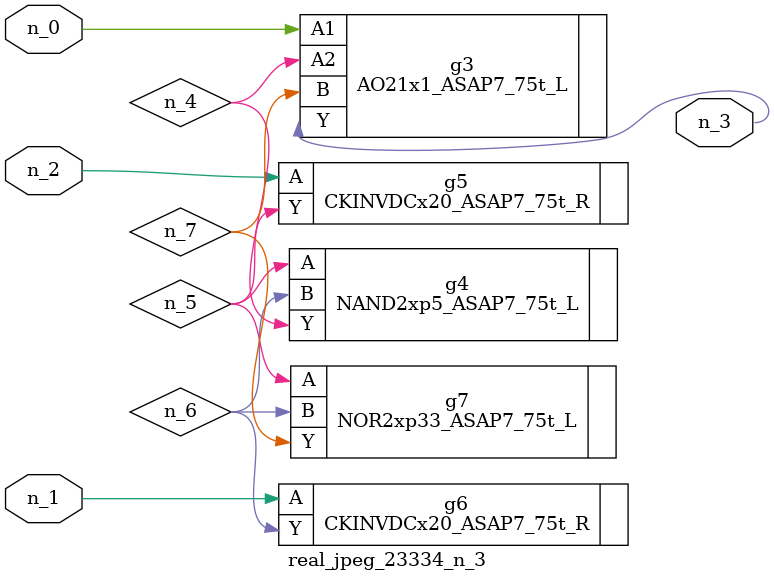
<source format=v>
module real_jpeg_23334_n_3 (n_1, n_0, n_2, n_3);

input n_1;
input n_0;
input n_2;

output n_3;

wire n_5;
wire n_4;
wire n_6;
wire n_7;

AO21x1_ASAP7_75t_L g3 ( 
.A1(n_0),
.A2(n_4),
.B(n_7),
.Y(n_3)
);

CKINVDCx20_ASAP7_75t_R g6 ( 
.A(n_1),
.Y(n_6)
);

CKINVDCx20_ASAP7_75t_R g5 ( 
.A(n_2),
.Y(n_5)
);

NAND2xp5_ASAP7_75t_L g4 ( 
.A(n_5),
.B(n_6),
.Y(n_4)
);

NOR2xp33_ASAP7_75t_L g7 ( 
.A(n_5),
.B(n_6),
.Y(n_7)
);


endmodule
</source>
